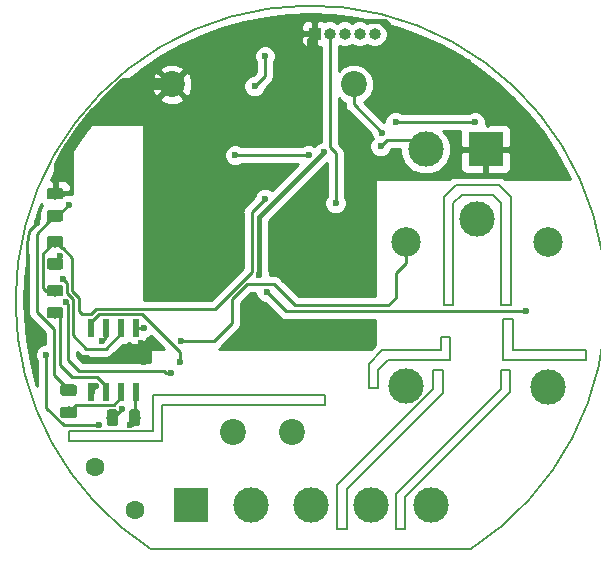
<source format=gtl>
G04 #@! TF.GenerationSoftware,KiCad,Pcbnew,(5.0.0)*
G04 #@! TF.CreationDate,2018-11-08T23:55:30+01:00*
G04 #@! TF.ProjectId,ESPAIO,45535041494F2E6B696361645F706362,rev?*
G04 #@! TF.SameCoordinates,Original*
G04 #@! TF.FileFunction,Copper,L1,Top,Signal*
G04 #@! TF.FilePolarity,Positive*
%FSLAX46Y46*%
G04 Gerber Fmt 4.6, Leading zero omitted, Abs format (unit mm)*
G04 Created by KiCad (PCBNEW (5.0.0)) date 11/08/18 23:55:30*
%MOMM*%
%LPD*%
G01*
G04 APERTURE LIST*
G04 #@! TA.AperFunction,NonConductor*
%ADD10C,0.200000*%
G04 #@! TD*
G04 #@! TA.AperFunction,ComponentPad*
%ADD11R,3.000000X3.000000*%
G04 #@! TD*
G04 #@! TA.AperFunction,ComponentPad*
%ADD12C,3.000000*%
G04 #@! TD*
G04 #@! TA.AperFunction,ComponentPad*
%ADD13C,1.600000*%
G04 #@! TD*
G04 #@! TA.AperFunction,SMDPad,CuDef*
%ADD14R,0.600000X1.550000*%
G04 #@! TD*
G04 #@! TA.AperFunction,ComponentPad*
%ADD15C,2.200000*%
G04 #@! TD*
G04 #@! TA.AperFunction,ComponentPad*
%ADD16C,2.500000*%
G04 #@! TD*
G04 #@! TA.AperFunction,Conductor*
%ADD17C,0.100000*%
G04 #@! TD*
G04 #@! TA.AperFunction,SMDPad,CuDef*
%ADD18C,0.975000*%
G04 #@! TD*
G04 #@! TA.AperFunction,ComponentPad*
%ADD19R,1.000000X1.000000*%
G04 #@! TD*
G04 #@! TA.AperFunction,ComponentPad*
%ADD20O,1.000000X1.000000*%
G04 #@! TD*
G04 #@! TA.AperFunction,ViaPad*
%ADD21C,0.600000*%
G04 #@! TD*
G04 #@! TA.AperFunction,ViaPad*
%ADD22C,1.000000*%
G04 #@! TD*
G04 #@! TA.AperFunction,Conductor*
%ADD23C,0.400000*%
G04 #@! TD*
G04 #@! TA.AperFunction,Conductor*
%ADD24C,1.000000*%
G04 #@! TD*
G04 #@! TA.AperFunction,Conductor*
%ADD25C,0.250000*%
G04 #@! TD*
G04 #@! TA.AperFunction,Conductor*
%ADD26C,0.254000*%
G04 #@! TD*
G04 APERTURE END LIST*
D10*
X100266500Y-105600500D02*
X100266500Y-102108000D01*
X107315000Y-105600500D02*
X100266500Y-105600500D01*
X107315000Y-104775000D02*
X107315000Y-105600500D01*
X101092000Y-104775000D02*
X107315000Y-104775000D01*
X101092000Y-102108000D02*
X101092000Y-104775000D01*
X100266500Y-102108000D02*
X101092000Y-102108000D01*
X88900000Y-105918000D02*
X90043000Y-104775000D01*
X89725500Y-106426000D02*
X90551000Y-105600500D01*
X100965000Y-91821000D02*
X100965000Y-100965000D01*
X99441000Y-91630500D02*
X100139500Y-92329000D01*
X99949000Y-90805000D02*
X100965000Y-91821000D01*
X95250000Y-91821000D02*
X96266000Y-90805000D01*
X96075500Y-92329000D02*
X96774000Y-91630500D01*
X96266000Y-90805000D02*
X99949000Y-90805000D01*
X95250000Y-100965000D02*
X95250000Y-91821000D01*
X100139500Y-100965000D02*
X100965000Y-100965000D01*
X100139500Y-92329000D02*
X100139500Y-100965000D01*
X96774000Y-91630500D02*
X99441000Y-91630500D01*
X96075500Y-100965000D02*
X96075500Y-92329000D01*
X95250000Y-100965000D02*
X96075500Y-100965000D01*
X88900000Y-105918000D02*
X88900000Y-107950000D01*
X94996000Y-104775000D02*
X90043000Y-104775000D01*
X94996000Y-103632000D02*
X94996000Y-104775000D01*
X95821500Y-103632000D02*
X94996000Y-103632000D01*
X95821500Y-105600500D02*
X95821500Y-103632000D01*
X90551000Y-105600500D02*
X95821500Y-105600500D01*
X89725500Y-107950000D02*
X89725500Y-106426000D01*
X88900000Y-107950000D02*
X89725500Y-107950000D01*
X70612000Y-108585000D02*
X85217000Y-108585000D01*
X85217000Y-109410500D02*
X71437500Y-109410500D01*
X71437500Y-112458500D02*
X71437500Y-109410500D01*
X63500000Y-112458500D02*
X71437500Y-112458500D01*
X85217000Y-108585000D02*
X85217000Y-109410500D01*
X70612000Y-111633000D02*
X70612000Y-108585000D01*
X63500000Y-111633000D02*
X70612000Y-111633000D01*
X63500000Y-112458500D02*
X63500000Y-111633000D01*
X100076000Y-106489500D02*
X100901500Y-106489500D01*
X94361000Y-106489500D02*
X95186500Y-106489500D01*
X91186000Y-119888000D02*
X92011500Y-119888000D01*
X86233000Y-119888000D02*
X87058500Y-119888000D01*
X100076000Y-108077000D02*
X100076000Y-106489500D01*
X100901500Y-108331000D02*
X92011500Y-117221000D01*
X91186000Y-116967000D02*
X100076000Y-108077000D01*
X100901500Y-106489500D02*
X100901500Y-108331000D01*
X91186000Y-119888000D02*
X91186000Y-116967000D01*
X92011500Y-119888000D02*
X92011500Y-117221000D01*
X95186500Y-108394500D02*
X87058500Y-116522500D01*
X95186500Y-106489500D02*
X95186500Y-108394500D01*
X94361000Y-108077000D02*
X94361000Y-106489500D01*
X86233000Y-116205000D02*
X94361000Y-108077000D01*
X86233000Y-119888000D02*
X86233000Y-116205000D01*
X87058500Y-119888000D02*
X87058500Y-116522500D01*
X70510501Y-121635125D02*
G75*
G02X59010501Y-100593500I13499999J21041625D01*
G01*
X59010500Y-100593500D02*
G75*
G02X97510500Y-121635125I25000000J0D01*
G01*
X70510501Y-121635125D02*
X97510500Y-121635125D01*
D11*
G04 #@! TO.P,J1,1*
G04 #@! TO.N,GND*
X98806000Y-87757000D03*
D12*
G04 #@! TO.P,J1,2*
G04 #@! TO.N,/GPIO4*
X93726000Y-87757000D03*
G04 #@! TD*
D13*
G04 #@! TO.P,V1,1*
G04 #@! TO.N,Net-(10D471K1-Pad1)*
X65706387Y-114681000D03*
G04 #@! TO.P,V1,2*
G04 #@! TO.N,/NEUTRAL*
X69148160Y-118307872D03*
G04 #@! TD*
D14*
G04 #@! TO.P,U4,1*
G04 #@! TO.N,+5V*
X69215000Y-102870000D03*
G04 #@! TO.P,U4,2*
G04 #@! TO.N,Net-(C6-Pad1)*
X67945000Y-102870000D03*
G04 #@! TO.P,U4,3*
G04 #@! TO.N,Net-(C7-Pad1)*
X66675000Y-102870000D03*
G04 #@! TO.P,U4,4*
G04 #@! TO.N,/V2P*
X65405000Y-102870000D03*
G04 #@! TO.P,U4,5*
G04 #@! TO.N,GND*
X65405000Y-108270000D03*
G04 #@! TO.P,U4,6*
G04 #@! TO.N,Net-(R19-Pad1)*
X66675000Y-108270000D03*
G04 #@! TO.P,U4,7*
G04 #@! TO.N,Net-(R20-Pad2)*
X67945000Y-108270000D03*
G04 #@! TO.P,U4,8*
G04 #@! TO.N,Net-(Q2-Pad3)*
X69215000Y-108270000D03*
G04 #@! TD*
D15*
G04 #@! TO.P,U1,1*
G04 #@! TO.N,Net-(10D471K1-Pad1)*
X77446500Y-111664500D03*
G04 #@! TO.P,U1,2*
G04 #@! TO.N,/NEUTRAL*
X82446500Y-111664500D03*
G04 #@! TO.P,U1,3*
G04 #@! TO.N,GND*
X72246500Y-82264500D03*
G04 #@! TO.P,U1,4*
G04 #@! TO.N,+5V*
X87646500Y-82264500D03*
G04 #@! TD*
D16*
G04 #@! TO.P,K1,2*
G04 #@! TO.N,+5V*
X92057500Y-95612500D03*
D12*
G04 #@! TO.P,K1,3*
G04 #@! TO.N,/NC*
X92057500Y-107812500D03*
G04 #@! TO.P,K1,4*
G04 #@! TO.N,/NO*
X104107500Y-107862500D03*
D16*
G04 #@! TO.P,K1,5*
G04 #@! TO.N,Net-(D2-Pad2)*
X104057500Y-95612500D03*
D12*
G04 #@! TO.P,K1,1*
G04 #@! TO.N,/LINE_L*
X98107500Y-93662500D03*
G04 #@! TD*
D17*
G04 #@! TO.N,/GPIO14*
G04 #@! TO.C,R19*
G36*
X62837142Y-99238674D02*
X62860803Y-99242184D01*
X62884007Y-99247996D01*
X62906529Y-99256054D01*
X62928153Y-99266282D01*
X62948670Y-99278579D01*
X62967883Y-99292829D01*
X62985607Y-99308893D01*
X63001671Y-99326617D01*
X63015921Y-99345830D01*
X63028218Y-99366347D01*
X63038446Y-99387971D01*
X63046504Y-99410493D01*
X63052316Y-99433697D01*
X63055826Y-99457358D01*
X63057000Y-99481250D01*
X63057000Y-99968750D01*
X63055826Y-99992642D01*
X63052316Y-100016303D01*
X63046504Y-100039507D01*
X63038446Y-100062029D01*
X63028218Y-100083653D01*
X63015921Y-100104170D01*
X63001671Y-100123383D01*
X62985607Y-100141107D01*
X62967883Y-100157171D01*
X62948670Y-100171421D01*
X62928153Y-100183718D01*
X62906529Y-100193946D01*
X62884007Y-100202004D01*
X62860803Y-100207816D01*
X62837142Y-100211326D01*
X62813250Y-100212500D01*
X61900750Y-100212500D01*
X61876858Y-100211326D01*
X61853197Y-100207816D01*
X61829993Y-100202004D01*
X61807471Y-100193946D01*
X61785847Y-100183718D01*
X61765330Y-100171421D01*
X61746117Y-100157171D01*
X61728393Y-100141107D01*
X61712329Y-100123383D01*
X61698079Y-100104170D01*
X61685782Y-100083653D01*
X61675554Y-100062029D01*
X61667496Y-100039507D01*
X61661684Y-100016303D01*
X61658174Y-99992642D01*
X61657000Y-99968750D01*
X61657000Y-99481250D01*
X61658174Y-99457358D01*
X61661684Y-99433697D01*
X61667496Y-99410493D01*
X61675554Y-99387971D01*
X61685782Y-99366347D01*
X61698079Y-99345830D01*
X61712329Y-99326617D01*
X61728393Y-99308893D01*
X61746117Y-99292829D01*
X61765330Y-99278579D01*
X61785847Y-99266282D01*
X61807471Y-99256054D01*
X61829993Y-99247996D01*
X61853197Y-99242184D01*
X61876858Y-99238674D01*
X61900750Y-99237500D01*
X62813250Y-99237500D01*
X62837142Y-99238674D01*
X62837142Y-99238674D01*
G37*
D18*
G04 #@! TD*
G04 #@! TO.P,R19,2*
G04 #@! TO.N,/GPIO14*
X62357000Y-99725000D03*
D17*
G04 #@! TO.N,Net-(R19-Pad1)*
G04 #@! TO.C,R19*
G36*
X62837142Y-101113674D02*
X62860803Y-101117184D01*
X62884007Y-101122996D01*
X62906529Y-101131054D01*
X62928153Y-101141282D01*
X62948670Y-101153579D01*
X62967883Y-101167829D01*
X62985607Y-101183893D01*
X63001671Y-101201617D01*
X63015921Y-101220830D01*
X63028218Y-101241347D01*
X63038446Y-101262971D01*
X63046504Y-101285493D01*
X63052316Y-101308697D01*
X63055826Y-101332358D01*
X63057000Y-101356250D01*
X63057000Y-101843750D01*
X63055826Y-101867642D01*
X63052316Y-101891303D01*
X63046504Y-101914507D01*
X63038446Y-101937029D01*
X63028218Y-101958653D01*
X63015921Y-101979170D01*
X63001671Y-101998383D01*
X62985607Y-102016107D01*
X62967883Y-102032171D01*
X62948670Y-102046421D01*
X62928153Y-102058718D01*
X62906529Y-102068946D01*
X62884007Y-102077004D01*
X62860803Y-102082816D01*
X62837142Y-102086326D01*
X62813250Y-102087500D01*
X61900750Y-102087500D01*
X61876858Y-102086326D01*
X61853197Y-102082816D01*
X61829993Y-102077004D01*
X61807471Y-102068946D01*
X61785847Y-102058718D01*
X61765330Y-102046421D01*
X61746117Y-102032171D01*
X61728393Y-102016107D01*
X61712329Y-101998383D01*
X61698079Y-101979170D01*
X61685782Y-101958653D01*
X61675554Y-101937029D01*
X61667496Y-101914507D01*
X61661684Y-101891303D01*
X61658174Y-101867642D01*
X61657000Y-101843750D01*
X61657000Y-101356250D01*
X61658174Y-101332358D01*
X61661684Y-101308697D01*
X61667496Y-101285493D01*
X61675554Y-101262971D01*
X61685782Y-101241347D01*
X61698079Y-101220830D01*
X61712329Y-101201617D01*
X61728393Y-101183893D01*
X61746117Y-101167829D01*
X61765330Y-101153579D01*
X61785847Y-101141282D01*
X61807471Y-101131054D01*
X61829993Y-101122996D01*
X61853197Y-101117184D01*
X61876858Y-101113674D01*
X61900750Y-101112500D01*
X62813250Y-101112500D01*
X62837142Y-101113674D01*
X62837142Y-101113674D01*
G37*
D18*
G04 #@! TD*
G04 #@! TO.P,R19,1*
G04 #@! TO.N,Net-(R19-Pad1)*
X62357000Y-101600000D03*
D17*
G04 #@! TO.N,/GPIO13*
G04 #@! TO.C,R20*
G36*
X63980142Y-107669174D02*
X64003803Y-107672684D01*
X64027007Y-107678496D01*
X64049529Y-107686554D01*
X64071153Y-107696782D01*
X64091670Y-107709079D01*
X64110883Y-107723329D01*
X64128607Y-107739393D01*
X64144671Y-107757117D01*
X64158921Y-107776330D01*
X64171218Y-107796847D01*
X64181446Y-107818471D01*
X64189504Y-107840993D01*
X64195316Y-107864197D01*
X64198826Y-107887858D01*
X64200000Y-107911750D01*
X64200000Y-108399250D01*
X64198826Y-108423142D01*
X64195316Y-108446803D01*
X64189504Y-108470007D01*
X64181446Y-108492529D01*
X64171218Y-108514153D01*
X64158921Y-108534670D01*
X64144671Y-108553883D01*
X64128607Y-108571607D01*
X64110883Y-108587671D01*
X64091670Y-108601921D01*
X64071153Y-108614218D01*
X64049529Y-108624446D01*
X64027007Y-108632504D01*
X64003803Y-108638316D01*
X63980142Y-108641826D01*
X63956250Y-108643000D01*
X63043750Y-108643000D01*
X63019858Y-108641826D01*
X62996197Y-108638316D01*
X62972993Y-108632504D01*
X62950471Y-108624446D01*
X62928847Y-108614218D01*
X62908330Y-108601921D01*
X62889117Y-108587671D01*
X62871393Y-108571607D01*
X62855329Y-108553883D01*
X62841079Y-108534670D01*
X62828782Y-108514153D01*
X62818554Y-108492529D01*
X62810496Y-108470007D01*
X62804684Y-108446803D01*
X62801174Y-108423142D01*
X62800000Y-108399250D01*
X62800000Y-107911750D01*
X62801174Y-107887858D01*
X62804684Y-107864197D01*
X62810496Y-107840993D01*
X62818554Y-107818471D01*
X62828782Y-107796847D01*
X62841079Y-107776330D01*
X62855329Y-107757117D01*
X62871393Y-107739393D01*
X62889117Y-107723329D01*
X62908330Y-107709079D01*
X62928847Y-107696782D01*
X62950471Y-107686554D01*
X62972993Y-107678496D01*
X62996197Y-107672684D01*
X63019858Y-107669174D01*
X63043750Y-107668000D01*
X63956250Y-107668000D01*
X63980142Y-107669174D01*
X63980142Y-107669174D01*
G37*
D18*
G04 #@! TD*
G04 #@! TO.P,R20,1*
G04 #@! TO.N,/GPIO13*
X63500000Y-108155500D03*
D17*
G04 #@! TO.N,Net-(R20-Pad2)*
G04 #@! TO.C,R20*
G36*
X63980142Y-109544174D02*
X64003803Y-109547684D01*
X64027007Y-109553496D01*
X64049529Y-109561554D01*
X64071153Y-109571782D01*
X64091670Y-109584079D01*
X64110883Y-109598329D01*
X64128607Y-109614393D01*
X64144671Y-109632117D01*
X64158921Y-109651330D01*
X64171218Y-109671847D01*
X64181446Y-109693471D01*
X64189504Y-109715993D01*
X64195316Y-109739197D01*
X64198826Y-109762858D01*
X64200000Y-109786750D01*
X64200000Y-110274250D01*
X64198826Y-110298142D01*
X64195316Y-110321803D01*
X64189504Y-110345007D01*
X64181446Y-110367529D01*
X64171218Y-110389153D01*
X64158921Y-110409670D01*
X64144671Y-110428883D01*
X64128607Y-110446607D01*
X64110883Y-110462671D01*
X64091670Y-110476921D01*
X64071153Y-110489218D01*
X64049529Y-110499446D01*
X64027007Y-110507504D01*
X64003803Y-110513316D01*
X63980142Y-110516826D01*
X63956250Y-110518000D01*
X63043750Y-110518000D01*
X63019858Y-110516826D01*
X62996197Y-110513316D01*
X62972993Y-110507504D01*
X62950471Y-110499446D01*
X62928847Y-110489218D01*
X62908330Y-110476921D01*
X62889117Y-110462671D01*
X62871393Y-110446607D01*
X62855329Y-110428883D01*
X62841079Y-110409670D01*
X62828782Y-110389153D01*
X62818554Y-110367529D01*
X62810496Y-110345007D01*
X62804684Y-110321803D01*
X62801174Y-110298142D01*
X62800000Y-110274250D01*
X62800000Y-109786750D01*
X62801174Y-109762858D01*
X62804684Y-109739197D01*
X62810496Y-109715993D01*
X62818554Y-109693471D01*
X62828782Y-109671847D01*
X62841079Y-109651330D01*
X62855329Y-109632117D01*
X62871393Y-109614393D01*
X62889117Y-109598329D01*
X62908330Y-109584079D01*
X62928847Y-109571782D01*
X62950471Y-109561554D01*
X62972993Y-109553496D01*
X62996197Y-109547684D01*
X63019858Y-109544174D01*
X63043750Y-109543000D01*
X63956250Y-109543000D01*
X63980142Y-109544174D01*
X63980142Y-109544174D01*
G37*
D18*
G04 #@! TD*
G04 #@! TO.P,R20,2*
G04 #@! TO.N,Net-(R20-Pad2)*
X63500000Y-110030500D03*
D17*
G04 #@! TO.N,/GPIO14*
G04 #@! TO.C,R21*
G36*
X62837142Y-95096174D02*
X62860803Y-95099684D01*
X62884007Y-95105496D01*
X62906529Y-95113554D01*
X62928153Y-95123782D01*
X62948670Y-95136079D01*
X62967883Y-95150329D01*
X62985607Y-95166393D01*
X63001671Y-95184117D01*
X63015921Y-95203330D01*
X63028218Y-95223847D01*
X63038446Y-95245471D01*
X63046504Y-95267993D01*
X63052316Y-95291197D01*
X63055826Y-95314858D01*
X63057000Y-95338750D01*
X63057000Y-95826250D01*
X63055826Y-95850142D01*
X63052316Y-95873803D01*
X63046504Y-95897007D01*
X63038446Y-95919529D01*
X63028218Y-95941153D01*
X63015921Y-95961670D01*
X63001671Y-95980883D01*
X62985607Y-95998607D01*
X62967883Y-96014671D01*
X62948670Y-96028921D01*
X62928153Y-96041218D01*
X62906529Y-96051446D01*
X62884007Y-96059504D01*
X62860803Y-96065316D01*
X62837142Y-96068826D01*
X62813250Y-96070000D01*
X61900750Y-96070000D01*
X61876858Y-96068826D01*
X61853197Y-96065316D01*
X61829993Y-96059504D01*
X61807471Y-96051446D01*
X61785847Y-96041218D01*
X61765330Y-96028921D01*
X61746117Y-96014671D01*
X61728393Y-95998607D01*
X61712329Y-95980883D01*
X61698079Y-95961670D01*
X61685782Y-95941153D01*
X61675554Y-95919529D01*
X61667496Y-95897007D01*
X61661684Y-95873803D01*
X61658174Y-95850142D01*
X61657000Y-95826250D01*
X61657000Y-95338750D01*
X61658174Y-95314858D01*
X61661684Y-95291197D01*
X61667496Y-95267993D01*
X61675554Y-95245471D01*
X61685782Y-95223847D01*
X61698079Y-95203330D01*
X61712329Y-95184117D01*
X61728393Y-95166393D01*
X61746117Y-95150329D01*
X61765330Y-95136079D01*
X61785847Y-95123782D01*
X61807471Y-95113554D01*
X61829993Y-95105496D01*
X61853197Y-95099684D01*
X61876858Y-95096174D01*
X61900750Y-95095000D01*
X62813250Y-95095000D01*
X62837142Y-95096174D01*
X62837142Y-95096174D01*
G37*
D18*
G04 #@! TD*
G04 #@! TO.P,R21,2*
G04 #@! TO.N,/GPIO14*
X62357000Y-95582500D03*
D17*
G04 #@! TO.N,GND*
G04 #@! TO.C,R21*
G36*
X62837142Y-96971174D02*
X62860803Y-96974684D01*
X62884007Y-96980496D01*
X62906529Y-96988554D01*
X62928153Y-96998782D01*
X62948670Y-97011079D01*
X62967883Y-97025329D01*
X62985607Y-97041393D01*
X63001671Y-97059117D01*
X63015921Y-97078330D01*
X63028218Y-97098847D01*
X63038446Y-97120471D01*
X63046504Y-97142993D01*
X63052316Y-97166197D01*
X63055826Y-97189858D01*
X63057000Y-97213750D01*
X63057000Y-97701250D01*
X63055826Y-97725142D01*
X63052316Y-97748803D01*
X63046504Y-97772007D01*
X63038446Y-97794529D01*
X63028218Y-97816153D01*
X63015921Y-97836670D01*
X63001671Y-97855883D01*
X62985607Y-97873607D01*
X62967883Y-97889671D01*
X62948670Y-97903921D01*
X62928153Y-97916218D01*
X62906529Y-97926446D01*
X62884007Y-97934504D01*
X62860803Y-97940316D01*
X62837142Y-97943826D01*
X62813250Y-97945000D01*
X61900750Y-97945000D01*
X61876858Y-97943826D01*
X61853197Y-97940316D01*
X61829993Y-97934504D01*
X61807471Y-97926446D01*
X61785847Y-97916218D01*
X61765330Y-97903921D01*
X61746117Y-97889671D01*
X61728393Y-97873607D01*
X61712329Y-97855883D01*
X61698079Y-97836670D01*
X61685782Y-97816153D01*
X61675554Y-97794529D01*
X61667496Y-97772007D01*
X61661684Y-97748803D01*
X61658174Y-97725142D01*
X61657000Y-97701250D01*
X61657000Y-97213750D01*
X61658174Y-97189858D01*
X61661684Y-97166197D01*
X61667496Y-97142993D01*
X61675554Y-97120471D01*
X61685782Y-97098847D01*
X61698079Y-97078330D01*
X61712329Y-97059117D01*
X61728393Y-97041393D01*
X61746117Y-97025329D01*
X61765330Y-97011079D01*
X61785847Y-96998782D01*
X61807471Y-96988554D01*
X61829993Y-96980496D01*
X61853197Y-96974684D01*
X61876858Y-96971174D01*
X61900750Y-96970000D01*
X62813250Y-96970000D01*
X62837142Y-96971174D01*
X62837142Y-96971174D01*
G37*
D18*
G04 #@! TD*
G04 #@! TO.P,R21,1*
G04 #@! TO.N,GND*
X62357000Y-97457500D03*
D17*
G04 #@! TO.N,GND*
G04 #@! TO.C,R22*
G36*
X62837142Y-91032174D02*
X62860803Y-91035684D01*
X62884007Y-91041496D01*
X62906529Y-91049554D01*
X62928153Y-91059782D01*
X62948670Y-91072079D01*
X62967883Y-91086329D01*
X62985607Y-91102393D01*
X63001671Y-91120117D01*
X63015921Y-91139330D01*
X63028218Y-91159847D01*
X63038446Y-91181471D01*
X63046504Y-91203993D01*
X63052316Y-91227197D01*
X63055826Y-91250858D01*
X63057000Y-91274750D01*
X63057000Y-91762250D01*
X63055826Y-91786142D01*
X63052316Y-91809803D01*
X63046504Y-91833007D01*
X63038446Y-91855529D01*
X63028218Y-91877153D01*
X63015921Y-91897670D01*
X63001671Y-91916883D01*
X62985607Y-91934607D01*
X62967883Y-91950671D01*
X62948670Y-91964921D01*
X62928153Y-91977218D01*
X62906529Y-91987446D01*
X62884007Y-91995504D01*
X62860803Y-92001316D01*
X62837142Y-92004826D01*
X62813250Y-92006000D01*
X61900750Y-92006000D01*
X61876858Y-92004826D01*
X61853197Y-92001316D01*
X61829993Y-91995504D01*
X61807471Y-91987446D01*
X61785847Y-91977218D01*
X61765330Y-91964921D01*
X61746117Y-91950671D01*
X61728393Y-91934607D01*
X61712329Y-91916883D01*
X61698079Y-91897670D01*
X61685782Y-91877153D01*
X61675554Y-91855529D01*
X61667496Y-91833007D01*
X61661684Y-91809803D01*
X61658174Y-91786142D01*
X61657000Y-91762250D01*
X61657000Y-91274750D01*
X61658174Y-91250858D01*
X61661684Y-91227197D01*
X61667496Y-91203993D01*
X61675554Y-91181471D01*
X61685782Y-91159847D01*
X61698079Y-91139330D01*
X61712329Y-91120117D01*
X61728393Y-91102393D01*
X61746117Y-91086329D01*
X61765330Y-91072079D01*
X61785847Y-91059782D01*
X61807471Y-91049554D01*
X61829993Y-91041496D01*
X61853197Y-91035684D01*
X61876858Y-91032174D01*
X61900750Y-91031000D01*
X62813250Y-91031000D01*
X62837142Y-91032174D01*
X62837142Y-91032174D01*
G37*
D18*
G04 #@! TD*
G04 #@! TO.P,R22,1*
G04 #@! TO.N,GND*
X62357000Y-91518500D03*
D17*
G04 #@! TO.N,/GPIO13*
G04 #@! TO.C,R22*
G36*
X62837142Y-92907174D02*
X62860803Y-92910684D01*
X62884007Y-92916496D01*
X62906529Y-92924554D01*
X62928153Y-92934782D01*
X62948670Y-92947079D01*
X62967883Y-92961329D01*
X62985607Y-92977393D01*
X63001671Y-92995117D01*
X63015921Y-93014330D01*
X63028218Y-93034847D01*
X63038446Y-93056471D01*
X63046504Y-93078993D01*
X63052316Y-93102197D01*
X63055826Y-93125858D01*
X63057000Y-93149750D01*
X63057000Y-93637250D01*
X63055826Y-93661142D01*
X63052316Y-93684803D01*
X63046504Y-93708007D01*
X63038446Y-93730529D01*
X63028218Y-93752153D01*
X63015921Y-93772670D01*
X63001671Y-93791883D01*
X62985607Y-93809607D01*
X62967883Y-93825671D01*
X62948670Y-93839921D01*
X62928153Y-93852218D01*
X62906529Y-93862446D01*
X62884007Y-93870504D01*
X62860803Y-93876316D01*
X62837142Y-93879826D01*
X62813250Y-93881000D01*
X61900750Y-93881000D01*
X61876858Y-93879826D01*
X61853197Y-93876316D01*
X61829993Y-93870504D01*
X61807471Y-93862446D01*
X61785847Y-93852218D01*
X61765330Y-93839921D01*
X61746117Y-93825671D01*
X61728393Y-93809607D01*
X61712329Y-93791883D01*
X61698079Y-93772670D01*
X61685782Y-93752153D01*
X61675554Y-93730529D01*
X61667496Y-93708007D01*
X61661684Y-93684803D01*
X61658174Y-93661142D01*
X61657000Y-93637250D01*
X61657000Y-93149750D01*
X61658174Y-93125858D01*
X61661684Y-93102197D01*
X61667496Y-93078993D01*
X61675554Y-93056471D01*
X61685782Y-93034847D01*
X61698079Y-93014330D01*
X61712329Y-92995117D01*
X61728393Y-92977393D01*
X61746117Y-92961329D01*
X61765330Y-92947079D01*
X61785847Y-92934782D01*
X61807471Y-92924554D01*
X61829993Y-92916496D01*
X61853197Y-92910684D01*
X61876858Y-92907174D01*
X61900750Y-92906000D01*
X62813250Y-92906000D01*
X62837142Y-92907174D01*
X62837142Y-92907174D01*
G37*
D18*
G04 #@! TD*
G04 #@! TO.P,R22,2*
G04 #@! TO.N,/GPIO13*
X62357000Y-93393500D03*
D17*
G04 #@! TO.N,Net-(Q2-Pad3)*
G04 #@! TO.C,R4*
G36*
X69355642Y-109791174D02*
X69379303Y-109794684D01*
X69402507Y-109800496D01*
X69425029Y-109808554D01*
X69446653Y-109818782D01*
X69467170Y-109831079D01*
X69486383Y-109845329D01*
X69504107Y-109861393D01*
X69520171Y-109879117D01*
X69534421Y-109898330D01*
X69546718Y-109918847D01*
X69556946Y-109940471D01*
X69565004Y-109962993D01*
X69570816Y-109986197D01*
X69574326Y-110009858D01*
X69575500Y-110033750D01*
X69575500Y-110946250D01*
X69574326Y-110970142D01*
X69570816Y-110993803D01*
X69565004Y-111017007D01*
X69556946Y-111039529D01*
X69546718Y-111061153D01*
X69534421Y-111081670D01*
X69520171Y-111100883D01*
X69504107Y-111118607D01*
X69486383Y-111134671D01*
X69467170Y-111148921D01*
X69446653Y-111161218D01*
X69425029Y-111171446D01*
X69402507Y-111179504D01*
X69379303Y-111185316D01*
X69355642Y-111188826D01*
X69331750Y-111190000D01*
X68844250Y-111190000D01*
X68820358Y-111188826D01*
X68796697Y-111185316D01*
X68773493Y-111179504D01*
X68750971Y-111171446D01*
X68729347Y-111161218D01*
X68708830Y-111148921D01*
X68689617Y-111134671D01*
X68671893Y-111118607D01*
X68655829Y-111100883D01*
X68641579Y-111081670D01*
X68629282Y-111061153D01*
X68619054Y-111039529D01*
X68610996Y-111017007D01*
X68605184Y-110993803D01*
X68601674Y-110970142D01*
X68600500Y-110946250D01*
X68600500Y-110033750D01*
X68601674Y-110009858D01*
X68605184Y-109986197D01*
X68610996Y-109962993D01*
X68619054Y-109940471D01*
X68629282Y-109918847D01*
X68641579Y-109898330D01*
X68655829Y-109879117D01*
X68671893Y-109861393D01*
X68689617Y-109845329D01*
X68708830Y-109831079D01*
X68729347Y-109818782D01*
X68750971Y-109808554D01*
X68773493Y-109800496D01*
X68796697Y-109794684D01*
X68820358Y-109791174D01*
X68844250Y-109790000D01*
X69331750Y-109790000D01*
X69355642Y-109791174D01*
X69355642Y-109791174D01*
G37*
D18*
G04 #@! TD*
G04 #@! TO.P,R4,1*
G04 #@! TO.N,Net-(Q2-Pad3)*
X69088000Y-110490000D03*
D17*
G04 #@! TO.N,+5V*
G04 #@! TO.C,R4*
G36*
X67480642Y-109791174D02*
X67504303Y-109794684D01*
X67527507Y-109800496D01*
X67550029Y-109808554D01*
X67571653Y-109818782D01*
X67592170Y-109831079D01*
X67611383Y-109845329D01*
X67629107Y-109861393D01*
X67645171Y-109879117D01*
X67659421Y-109898330D01*
X67671718Y-109918847D01*
X67681946Y-109940471D01*
X67690004Y-109962993D01*
X67695816Y-109986197D01*
X67699326Y-110009858D01*
X67700500Y-110033750D01*
X67700500Y-110946250D01*
X67699326Y-110970142D01*
X67695816Y-110993803D01*
X67690004Y-111017007D01*
X67681946Y-111039529D01*
X67671718Y-111061153D01*
X67659421Y-111081670D01*
X67645171Y-111100883D01*
X67629107Y-111118607D01*
X67611383Y-111134671D01*
X67592170Y-111148921D01*
X67571653Y-111161218D01*
X67550029Y-111171446D01*
X67527507Y-111179504D01*
X67504303Y-111185316D01*
X67480642Y-111188826D01*
X67456750Y-111190000D01*
X66969250Y-111190000D01*
X66945358Y-111188826D01*
X66921697Y-111185316D01*
X66898493Y-111179504D01*
X66875971Y-111171446D01*
X66854347Y-111161218D01*
X66833830Y-111148921D01*
X66814617Y-111134671D01*
X66796893Y-111118607D01*
X66780829Y-111100883D01*
X66766579Y-111081670D01*
X66754282Y-111061153D01*
X66744054Y-111039529D01*
X66735996Y-111017007D01*
X66730184Y-110993803D01*
X66726674Y-110970142D01*
X66725500Y-110946250D01*
X66725500Y-110033750D01*
X66726674Y-110009858D01*
X66730184Y-109986197D01*
X66735996Y-109962993D01*
X66744054Y-109940471D01*
X66754282Y-109918847D01*
X66766579Y-109898330D01*
X66780829Y-109879117D01*
X66796893Y-109861393D01*
X66814617Y-109845329D01*
X66833830Y-109831079D01*
X66854347Y-109818782D01*
X66875971Y-109808554D01*
X66898493Y-109800496D01*
X66921697Y-109794684D01*
X66945358Y-109791174D01*
X66969250Y-109790000D01*
X67456750Y-109790000D01*
X67480642Y-109791174D01*
X67480642Y-109791174D01*
G37*
D18*
G04 #@! TD*
G04 #@! TO.P,R4,2*
G04 #@! TO.N,+5V*
X67213000Y-110490000D03*
D12*
G04 #@! TO.P,J3,2*
G04 #@! TO.N,/NEUTRAL*
X78930500Y-117856000D03*
G04 #@! TO.P,J3,3*
G04 #@! TO.N,/NC*
X84010500Y-117856000D03*
D11*
G04 #@! TO.P,J3,1*
G04 #@! TO.N,/LIVE*
X73850500Y-117856000D03*
D12*
G04 #@! TO.P,J3,4*
G04 #@! TO.N,/LINE_I*
X89090500Y-117856000D03*
G04 #@! TO.P,J3,5*
G04 #@! TO.N,/NO*
X94170500Y-117856000D03*
G04 #@! TD*
D19*
G04 #@! TO.P,J2,1*
G04 #@! TO.N,GND*
X84328000Y-77978000D03*
D20*
G04 #@! TO.P,J2,2*
G04 #@! TO.N,/GPIO9*
X85598000Y-77978000D03*
G04 #@! TO.P,J2,3*
G04 #@! TO.N,/TXD*
X86868000Y-77978000D03*
G04 #@! TO.P,J2,4*
G04 #@! TO.N,/RXD*
X88138000Y-77978000D03*
G04 #@! TO.P,J2,5*
G04 #@! TO.N,+5V*
X89408000Y-77978000D03*
G04 #@! TD*
D21*
G04 #@! TO.N,+3V3*
X85090000Y-88010996D03*
X79629000Y-98425000D03*
D22*
G04 #@! TO.N,GND*
X62738000Y-89662000D03*
D21*
X96774000Y-82296000D03*
X97409000Y-81661000D03*
X97282000Y-80391000D03*
X96139000Y-86741000D03*
X96139000Y-88900000D03*
X90678000Y-79121000D03*
X67056000Y-84582000D03*
X65873022Y-84582000D03*
X83185000Y-96266000D03*
X83185000Y-95250000D03*
X83185000Y-94234000D03*
X102997000Y-85852000D03*
X105283000Y-89789000D03*
X83820000Y-80391000D03*
D22*
X79502000Y-78232000D03*
D21*
X59944000Y-99695000D03*
X60452000Y-105410000D03*
X69622484Y-104133324D03*
X65024000Y-105410000D03*
X69850000Y-105791000D03*
X88773000Y-102615998D03*
X60833000Y-93980000D03*
X62738000Y-96774000D03*
X90424000Y-79883000D03*
X74676000Y-89535000D03*
X73660000Y-89535000D03*
X72644000Y-89535000D03*
X65834308Y-107838192D03*
G04 #@! TO.N,/GPIO4*
X89916000Y-87503000D03*
G04 #@! TO.N,/GPIO0*
X102240000Y-101473000D03*
X80264000Y-99822000D03*
G04 #@! TO.N,+5V*
X90043000Y-86360000D03*
X69850022Y-102870000D03*
X73025000Y-104013000D03*
X68051093Y-109728000D03*
G04 #@! TO.N,Net-(C6-Pad1)*
X63021323Y-98745020D03*
G04 #@! TO.N,Net-(C7-Pad1)*
X66357500Y-104013000D03*
G04 #@! TO.N,/V2P*
X72898000Y-105791000D03*
G04 #@! TO.N,/GPIO12*
X97917000Y-85471000D03*
X91185998Y-85471000D03*
G04 #@! TO.N,/TXD*
X79248000Y-82423000D03*
X80137000Y-79883000D03*
G04 #@! TO.N,/GPIO14*
X80137000Y-91948000D03*
G04 #@! TO.N,/GPIO13*
X63500000Y-92456000D03*
X77597000Y-88265000D03*
X83820000Y-88265000D03*
G04 #@! TO.N,Net-(JP1-Pad1)*
X72136000Y-106680000D03*
X63246000Y-100711000D03*
G04 #@! TO.N,Net-(Q2-Pad3)*
X66040000Y-111106000D03*
X61595000Y-105156000D03*
X68712774Y-111105990D03*
G04 #@! TO.N,/GPIO9*
X86106000Y-92329000D03*
G04 #@! TD*
D23*
G04 #@! TO.N,+3V3*
X85090000Y-88010996D02*
X79629000Y-93471996D01*
X79629000Y-93471996D02*
X79629000Y-98425000D01*
D24*
G04 #@! TO.N,GND*
X68229066Y-82264500D02*
X67090503Y-83292561D01*
X63476305Y-87788984D02*
X62738000Y-89085232D01*
X72246500Y-82264500D02*
X68229066Y-82264500D01*
X67090503Y-83292561D02*
X65873022Y-84582000D01*
X65767529Y-84693727D02*
X64560248Y-86195706D01*
X62738000Y-89085232D02*
X62738000Y-89662000D01*
X64560248Y-86195706D02*
X64403713Y-86425796D01*
X64403713Y-86425796D02*
X63476305Y-87788984D01*
X65873022Y-84582000D02*
X65767529Y-84693727D01*
D23*
X83820000Y-78486000D02*
X84328000Y-77978000D01*
X83820000Y-80391000D02*
X83820000Y-78486000D01*
D25*
X59944000Y-95719074D02*
X60134136Y-94776903D01*
X59944000Y-99695000D02*
X59944000Y-95719074D01*
X60134136Y-94776903D02*
X60173453Y-94639547D01*
X60173453Y-94639547D02*
X60833000Y-93980000D01*
X65405000Y-108270000D02*
X65405000Y-108267500D01*
X65405000Y-108267500D02*
X65834308Y-107838192D01*
X62357000Y-97155000D02*
X62738000Y-96774000D01*
X62357000Y-97457500D02*
X62357000Y-97155000D01*
X90296145Y-76838800D02*
X86402131Y-76838800D01*
X90678000Y-79121000D02*
X90678000Y-77220655D01*
X90678000Y-77220655D02*
X90296145Y-76838800D01*
X86402131Y-76838800D02*
X86151999Y-76588668D01*
X90678000Y-79121000D02*
X90977999Y-78821001D01*
X90977999Y-78821001D02*
X90977999Y-78023999D01*
X90977999Y-78023999D02*
X89916000Y-76962000D01*
X90678000Y-79121000D02*
X90678000Y-77533500D01*
X90678000Y-77533500D02*
X90106500Y-76962000D01*
X89852500Y-77025500D02*
X88773000Y-77025500D01*
X90977999Y-78821001D02*
X90977999Y-78150999D01*
X90977999Y-78150999D02*
X89852500Y-77025500D01*
G04 #@! TO.N,/GPIO4*
X90424000Y-86995000D02*
X89916000Y-87503000D01*
X93726000Y-87757000D02*
X92964000Y-86995000D01*
X92964000Y-86995000D02*
X90424000Y-86995000D01*
G04 #@! TO.N,/GPIO0*
X102240000Y-101473000D02*
X81915000Y-101473000D01*
X80563999Y-100121999D02*
X80264000Y-99822000D01*
X81915000Y-101473000D02*
X80563999Y-100121999D01*
G04 #@! TO.N,+5V*
X87646500Y-83963500D02*
X87646500Y-82264500D01*
X90043000Y-86360000D02*
X87646500Y-83963500D01*
X69215000Y-102870000D02*
X69850022Y-102870000D01*
X92057500Y-97380266D02*
X91186000Y-98251766D01*
X92057500Y-95612500D02*
X92057500Y-97380266D01*
X91186000Y-98251766D02*
X91186000Y-100330000D01*
X91186000Y-100330000D02*
X90551000Y-100965000D01*
X90551000Y-100965000D02*
X82677000Y-100965000D01*
X80908999Y-99196999D02*
X78603001Y-99196999D01*
X82677000Y-100965000D02*
X80908999Y-99196999D01*
X78603001Y-99196999D02*
X77343000Y-100457000D01*
X77343000Y-100457000D02*
X77343000Y-102489000D01*
X77343000Y-102489000D02*
X75819000Y-104013000D01*
X75819000Y-104013000D02*
X73025000Y-104013000D01*
X67213000Y-110363000D02*
X67416093Y-110363000D01*
X67416093Y-110363000D02*
X68051093Y-109728000D01*
X68051093Y-109728000D02*
X68057066Y-109722027D01*
G04 #@! TO.N,Net-(C6-Pad1)*
X63058020Y-98745020D02*
X63021323Y-98745020D01*
X63373000Y-99060000D02*
X63058020Y-98745020D01*
X63382010Y-99958010D02*
X63382010Y-99245660D01*
X63382010Y-99245660D02*
X63373000Y-99236650D01*
X67945000Y-103345000D02*
X66651999Y-104638001D01*
X63373000Y-99236650D02*
X63373000Y-99060000D01*
X66651999Y-104638001D02*
X65014001Y-104638001D01*
X63881000Y-103505000D02*
X63881000Y-100457000D01*
X65014001Y-104638001D02*
X63881000Y-103505000D01*
X67945000Y-102870000D02*
X67945000Y-103345000D01*
X63881000Y-100457000D02*
X63382010Y-99958010D01*
G04 #@! TO.N,Net-(C7-Pad1)*
X66675000Y-103695500D02*
X66357500Y-104013000D01*
X66675000Y-102870000D02*
X66675000Y-103695500D01*
G04 #@! TO.N,/V2P*
X65405000Y-102870000D02*
X65405000Y-102395000D01*
X72898000Y-105366736D02*
X72898000Y-105791000D01*
X72898000Y-104892998D02*
X72898000Y-105366736D01*
X69732002Y-101727000D02*
X72898000Y-104892998D01*
X66073000Y-101727000D02*
X69732002Y-101727000D01*
X65405000Y-102395000D02*
X66073000Y-101727000D01*
G04 #@! TO.N,/GPIO12*
X97917000Y-85471000D02*
X91185998Y-85471000D01*
G04 #@! TO.N,/TXD*
X80137000Y-81534000D02*
X80137000Y-79883000D01*
X79248000Y-82423000D02*
X80137000Y-81534000D01*
G04 #@! TO.N,Net-(R19-Pad1)*
X62738000Y-101981000D02*
X62357000Y-101600000D01*
X62738000Y-106045000D02*
X62738000Y-101981000D01*
X63754000Y-107061000D02*
X62738000Y-106045000D01*
X65941000Y-107061000D02*
X63754000Y-107061000D01*
X66675000Y-108270000D02*
X66675000Y-107795000D01*
X66675000Y-107795000D02*
X65941000Y-107061000D01*
G04 #@! TO.N,/GPIO14*
X61800763Y-96138737D02*
X62357000Y-95582500D01*
X61557000Y-99725000D02*
X61331990Y-99499990D01*
X61331990Y-96607510D02*
X61800763Y-96138737D01*
X61331990Y-99499990D02*
X61331990Y-96607510D01*
X62357000Y-99725000D02*
X61557000Y-99725000D01*
X65405000Y-101727000D02*
X65855010Y-101276990D01*
X65855010Y-101276990D02*
X70427010Y-101276990D01*
X64643000Y-101727000D02*
X65405000Y-101727000D01*
X62913237Y-96138737D02*
X63027739Y-96138737D01*
X62357000Y-95582500D02*
X62913237Y-96138737D01*
X63027739Y-96138737D02*
X63832020Y-96943018D01*
X64389000Y-101473000D02*
X64643000Y-101727000D01*
X63832020Y-96943018D02*
X63832020Y-99771610D01*
X63832020Y-99771610D02*
X64389000Y-100328590D01*
X64389000Y-100328590D02*
X64389000Y-101473000D01*
X80137000Y-91948000D02*
X78994000Y-93091000D01*
X75886600Y-101276990D02*
X70427010Y-101276990D01*
X78994000Y-98169590D02*
X75886600Y-101276990D01*
X78994000Y-93091000D02*
X78994000Y-98169590D01*
G04 #@! TO.N,/GPIO13*
X60833000Y-101580350D02*
X60833000Y-94917500D01*
X62230000Y-106885500D02*
X62230000Y-102977350D01*
X60833000Y-94917500D02*
X61800763Y-93949737D01*
X63500000Y-108155500D02*
X62230000Y-106885500D01*
X62230000Y-102977350D02*
X60833000Y-101580350D01*
X61800763Y-93949737D02*
X62357000Y-93393500D01*
X62357000Y-93393500D02*
X62562500Y-93393500D01*
X62562500Y-93393500D02*
X63500000Y-92456000D01*
X83820000Y-88265000D02*
X77597000Y-88265000D01*
G04 #@! TO.N,Net-(R20-Pad2)*
X64056237Y-109474263D02*
X63500000Y-110030500D01*
X64160499Y-109370001D02*
X64056237Y-109474263D01*
X67319999Y-109370001D02*
X64160499Y-109370001D01*
X67945000Y-108745000D02*
X67319999Y-109370001D01*
X67945000Y-108270000D02*
X67945000Y-108745000D01*
G04 #@! TO.N,Net-(JP1-Pad1)*
X71711736Y-106680000D02*
X71584736Y-106553000D01*
X72136000Y-106680000D02*
X71711736Y-106680000D01*
X71584736Y-106553000D02*
X64389000Y-106553000D01*
X64389000Y-106553000D02*
X63430989Y-105594989D01*
X63430989Y-100895989D02*
X63246000Y-100711000D01*
X63430989Y-105594989D02*
X63430989Y-100895989D01*
G04 #@! TO.N,Net-(Q2-Pad3)*
X69215000Y-108585000D02*
X69215000Y-108270000D01*
X68707000Y-111111764D02*
X68712774Y-111105990D01*
X68707000Y-111125000D02*
X68707000Y-111111764D01*
X68834000Y-111125000D02*
X68707000Y-111125000D01*
X69088000Y-110871000D02*
X68834000Y-111125000D01*
X69215000Y-108270000D02*
X69088000Y-108397000D01*
X69088000Y-108397000D02*
X69088000Y-110871000D01*
X66021000Y-111125000D02*
X66040000Y-111106000D01*
X63090150Y-111125000D02*
X66021000Y-111125000D01*
X61595000Y-105156000D02*
X61595000Y-109629850D01*
X61595000Y-109629850D02*
X63090150Y-111125000D01*
G04 #@! TO.N,/GPIO9*
X86106000Y-88101994D02*
X86106000Y-92329000D01*
X85598000Y-77978000D02*
X85598000Y-87593994D01*
X85598000Y-87593994D02*
X86106000Y-88101994D01*
G04 #@! TD*
D26*
G04 #@! TO.N,GND*
G36*
X65532000Y-108143000D02*
X65552000Y-108143000D01*
X65552000Y-108397000D01*
X65532000Y-108397000D01*
X65532000Y-108417000D01*
X65278000Y-108417000D01*
X65278000Y-108397000D01*
X65258000Y-108397000D01*
X65258000Y-108143000D01*
X65278000Y-108143000D01*
X65278000Y-108123000D01*
X65532000Y-108123000D01*
X65532000Y-108143000D01*
X65532000Y-108143000D01*
G37*
X65532000Y-108143000D02*
X65552000Y-108143000D01*
X65552000Y-108397000D01*
X65532000Y-108397000D01*
X65532000Y-108417000D01*
X65278000Y-108417000D01*
X65278000Y-108397000D01*
X65258000Y-108397000D01*
X65258000Y-108143000D01*
X65278000Y-108143000D01*
X65278000Y-108123000D01*
X65532000Y-108123000D01*
X65532000Y-108143000D01*
G36*
X60073000Y-101505503D02*
X60058112Y-101580350D01*
X60073000Y-101655197D01*
X60073000Y-101655201D01*
X60117096Y-101876886D01*
X60285071Y-102128279D01*
X60348530Y-102170681D01*
X61470001Y-103292154D01*
X61470001Y-104221000D01*
X61409017Y-104221000D01*
X61065365Y-104363345D01*
X60802345Y-104626365D01*
X60660000Y-104970017D01*
X60660000Y-105341983D01*
X60802345Y-105685635D01*
X60835000Y-105718290D01*
X60835001Y-107761785D01*
X60783692Y-107613333D01*
X60304519Y-105769324D01*
X59971508Y-103893430D01*
X59786333Y-101993391D01*
X59745918Y-100597282D01*
X59820866Y-98689735D01*
X60044801Y-96797709D01*
X60073001Y-96655942D01*
X60073000Y-101505503D01*
X60073000Y-101505503D01*
G37*
X60073000Y-101505503D02*
X60058112Y-101580350D01*
X60073000Y-101655197D01*
X60073000Y-101655201D01*
X60117096Y-101876886D01*
X60285071Y-102128279D01*
X60348530Y-102170681D01*
X61470001Y-103292154D01*
X61470001Y-104221000D01*
X61409017Y-104221000D01*
X61065365Y-104363345D01*
X60802345Y-104626365D01*
X60660000Y-104970017D01*
X60660000Y-105341983D01*
X60802345Y-105685635D01*
X60835000Y-105718290D01*
X60835001Y-107761785D01*
X60783692Y-107613333D01*
X60304519Y-105769324D01*
X59971508Y-103893430D01*
X59786333Y-101993391D01*
X59745918Y-100597282D01*
X59820866Y-98689735D01*
X60044801Y-96797709D01*
X60073001Y-96655942D01*
X60073000Y-101505503D01*
G36*
X71581855Y-104651656D02*
X70485423Y-104648001D01*
X70436791Y-104657506D01*
X70395497Y-104684899D01*
X70367830Y-104726008D01*
X70358000Y-104775000D01*
X70358000Y-105793000D01*
X64703802Y-105793000D01*
X64190989Y-105280188D01*
X64190989Y-104889791D01*
X64423674Y-105122476D01*
X64466072Y-105185930D01*
X64529525Y-105228328D01*
X64529527Y-105228330D01*
X64625574Y-105292506D01*
X64717464Y-105353905D01*
X64939149Y-105398001D01*
X64939153Y-105398001D01*
X65014000Y-105412889D01*
X65088847Y-105398001D01*
X66577152Y-105398001D01*
X66651999Y-105412889D01*
X66726846Y-105398001D01*
X66726851Y-105398001D01*
X66948536Y-105353905D01*
X67199928Y-105185930D01*
X67242330Y-105122471D01*
X68072362Y-104292440D01*
X68245000Y-104292440D01*
X68492765Y-104243157D01*
X68580000Y-104184868D01*
X68667235Y-104243157D01*
X68915000Y-104292440D01*
X69515000Y-104292440D01*
X69762765Y-104243157D01*
X69972809Y-104102809D01*
X70113157Y-103892765D01*
X70139109Y-103762293D01*
X70379657Y-103662655D01*
X70486256Y-103556056D01*
X71581855Y-104651656D01*
X71581855Y-104651656D01*
G37*
X71581855Y-104651656D02*
X70485423Y-104648001D01*
X70436791Y-104657506D01*
X70395497Y-104684899D01*
X70367830Y-104726008D01*
X70358000Y-104775000D01*
X70358000Y-105793000D01*
X64703802Y-105793000D01*
X64190989Y-105280188D01*
X64190989Y-104889791D01*
X64423674Y-105122476D01*
X64466072Y-105185930D01*
X64529525Y-105228328D01*
X64529527Y-105228330D01*
X64625574Y-105292506D01*
X64717464Y-105353905D01*
X64939149Y-105398001D01*
X64939153Y-105398001D01*
X65014000Y-105412889D01*
X65088847Y-105398001D01*
X66577152Y-105398001D01*
X66651999Y-105412889D01*
X66726846Y-105398001D01*
X66726851Y-105398001D01*
X66948536Y-105353905D01*
X67199928Y-105185930D01*
X67242330Y-105122471D01*
X68072362Y-104292440D01*
X68245000Y-104292440D01*
X68492765Y-104243157D01*
X68580000Y-104184868D01*
X68667235Y-104243157D01*
X68915000Y-104292440D01*
X69515000Y-104292440D01*
X69762765Y-104243157D01*
X69972809Y-104102809D01*
X70113157Y-103892765D01*
X70139109Y-103762293D01*
X70379657Y-103662655D01*
X70486256Y-103556056D01*
X71581855Y-104651656D01*
G36*
X79329000Y-100007983D02*
X79471345Y-100351635D01*
X79734365Y-100614655D01*
X80078017Y-100757000D01*
X80124199Y-100757000D01*
X81324670Y-101957472D01*
X81367071Y-102020929D01*
X81618463Y-102188904D01*
X81840148Y-102233000D01*
X81840153Y-102233000D01*
X81915000Y-102247888D01*
X81989847Y-102233000D01*
X89408000Y-102233000D01*
X89408000Y-104370553D01*
X89068609Y-104709945D01*
X76208068Y-104667076D01*
X76366929Y-104560929D01*
X76409331Y-104497470D01*
X77827476Y-103079327D01*
X77890929Y-103036929D01*
X77933327Y-102973476D01*
X77933329Y-102973474D01*
X78042977Y-102809373D01*
X78058904Y-102785537D01*
X78103000Y-102563852D01*
X78103000Y-102563848D01*
X78117888Y-102489001D01*
X78103000Y-102414154D01*
X78103000Y-100771801D01*
X78917803Y-99956999D01*
X79329000Y-99956999D01*
X79329000Y-100007983D01*
X79329000Y-100007983D01*
G37*
X79329000Y-100007983D02*
X79471345Y-100351635D01*
X79734365Y-100614655D01*
X80078017Y-100757000D01*
X80124199Y-100757000D01*
X81324670Y-101957472D01*
X81367071Y-102020929D01*
X81618463Y-102188904D01*
X81840148Y-102233000D01*
X81840153Y-102233000D01*
X81915000Y-102247888D01*
X81989847Y-102233000D01*
X89408000Y-102233000D01*
X89408000Y-104370553D01*
X89068609Y-104709945D01*
X76208068Y-104667076D01*
X76366929Y-104560929D01*
X76409331Y-104497470D01*
X77827476Y-103079327D01*
X77890929Y-103036929D01*
X77933327Y-102973476D01*
X77933329Y-102973474D01*
X78042977Y-102809373D01*
X78058904Y-102785537D01*
X78103000Y-102563852D01*
X78103000Y-102563848D01*
X78117888Y-102489001D01*
X78103000Y-102414154D01*
X78103000Y-100771801D01*
X78917803Y-99956999D01*
X79329000Y-99956999D01*
X79329000Y-100007983D01*
G36*
X85914265Y-76403866D02*
X87806291Y-76627801D01*
X89092191Y-76883583D01*
X88965145Y-76908854D01*
X88773000Y-77037241D01*
X88580855Y-76908854D01*
X88249783Y-76843000D01*
X88026217Y-76843000D01*
X87695145Y-76908854D01*
X87503000Y-77037241D01*
X87310855Y-76908854D01*
X86979783Y-76843000D01*
X86756217Y-76843000D01*
X86425145Y-76908854D01*
X86233000Y-77037241D01*
X86040855Y-76908854D01*
X85709783Y-76843000D01*
X85486217Y-76843000D01*
X85155145Y-76908854D01*
X85139130Y-76919555D01*
X84954310Y-76843000D01*
X84613750Y-76843000D01*
X84455000Y-77001750D01*
X84455000Y-77851000D01*
X84466027Y-77851000D01*
X84440765Y-77978000D01*
X84466027Y-78105000D01*
X84455000Y-78105000D01*
X84455000Y-78954250D01*
X84613750Y-79113000D01*
X84838000Y-79113000D01*
X84838001Y-87103341D01*
X84560365Y-87218341D01*
X84319036Y-87459670D01*
X84005983Y-87330000D01*
X83634017Y-87330000D01*
X83290365Y-87472345D01*
X83257710Y-87505000D01*
X78159290Y-87505000D01*
X78126635Y-87472345D01*
X77782983Y-87330000D01*
X77411017Y-87330000D01*
X77067365Y-87472345D01*
X76804345Y-87735365D01*
X76662000Y-88079017D01*
X76662000Y-88450983D01*
X76804345Y-88794635D01*
X77067365Y-89057655D01*
X77411017Y-89200000D01*
X77782983Y-89200000D01*
X78126635Y-89057655D01*
X78159290Y-89025000D01*
X82895128Y-89025000D01*
X80715709Y-91204419D01*
X80666635Y-91155345D01*
X80322983Y-91013000D01*
X79951017Y-91013000D01*
X79607365Y-91155345D01*
X79344345Y-91418365D01*
X79202000Y-91762017D01*
X79202000Y-91808198D01*
X78509530Y-92500669D01*
X78446071Y-92543071D01*
X78278096Y-92794464D01*
X78234000Y-93016149D01*
X78234000Y-93016153D01*
X78219112Y-93091000D01*
X78234000Y-93165847D01*
X78234001Y-97854787D01*
X75571799Y-100516990D01*
X69913500Y-100516990D01*
X69913500Y-85725000D01*
X69903833Y-85676399D01*
X69876303Y-85635197D01*
X69835101Y-85607667D01*
X69786500Y-85598000D01*
X64958189Y-85598000D01*
X65559684Y-84835007D01*
X66803578Y-83489368D01*
X71201237Y-83489368D01*
X71312141Y-83766599D01*
X71958093Y-84009823D01*
X72647953Y-83987336D01*
X73180859Y-83766599D01*
X73291763Y-83489368D01*
X72246500Y-82444105D01*
X71201237Y-83489368D01*
X66803578Y-83489368D01*
X66852954Y-83435954D01*
X68252007Y-82142684D01*
X68463326Y-81976093D01*
X70501177Y-81976093D01*
X70523664Y-82665953D01*
X70744401Y-83198859D01*
X71021632Y-83309763D01*
X72066895Y-82264500D01*
X72426105Y-82264500D01*
X73471368Y-83309763D01*
X73748599Y-83198859D01*
X73991823Y-82552907D01*
X73981527Y-82237017D01*
X78313000Y-82237017D01*
X78313000Y-82608983D01*
X78455345Y-82952635D01*
X78718365Y-83215655D01*
X79062017Y-83358000D01*
X79433983Y-83358000D01*
X79777635Y-83215655D01*
X80040655Y-82952635D01*
X80183000Y-82608983D01*
X80183000Y-82562801D01*
X80621473Y-82124329D01*
X80684929Y-82081929D01*
X80852904Y-81830537D01*
X80897000Y-81608852D01*
X80897000Y-81608847D01*
X80911888Y-81534000D01*
X80897000Y-81459153D01*
X80897000Y-80445290D01*
X80929655Y-80412635D01*
X81072000Y-80068983D01*
X81072000Y-79697017D01*
X80929655Y-79353365D01*
X80666635Y-79090345D01*
X80322983Y-78948000D01*
X79951017Y-78948000D01*
X79607365Y-79090345D01*
X79344345Y-79353365D01*
X79202000Y-79697017D01*
X79202000Y-80068983D01*
X79344345Y-80412635D01*
X79377001Y-80445291D01*
X79377000Y-81219198D01*
X79108199Y-81488000D01*
X79062017Y-81488000D01*
X78718365Y-81630345D01*
X78455345Y-81893365D01*
X78313000Y-82237017D01*
X73981527Y-82237017D01*
X73969336Y-81863047D01*
X73748599Y-81330141D01*
X73471368Y-81219237D01*
X72426105Y-82264500D01*
X72066895Y-82264500D01*
X71021632Y-81219237D01*
X70744401Y-81330141D01*
X70501177Y-81976093D01*
X68463326Y-81976093D01*
X69651222Y-81039632D01*
X71201237Y-81039632D01*
X72246500Y-82084895D01*
X73291763Y-81039632D01*
X73180859Y-80762401D01*
X72534907Y-80519177D01*
X71845047Y-80541664D01*
X71312141Y-80762401D01*
X71201237Y-81039632D01*
X69651222Y-81039632D01*
X69748227Y-80963160D01*
X71332360Y-79904675D01*
X72994681Y-78973731D01*
X74534748Y-78263750D01*
X83193000Y-78263750D01*
X83193000Y-78604309D01*
X83289673Y-78837698D01*
X83468301Y-79016327D01*
X83701690Y-79113000D01*
X84042250Y-79113000D01*
X84201000Y-78954250D01*
X84201000Y-78105000D01*
X83351750Y-78105000D01*
X83193000Y-78263750D01*
X74534748Y-78263750D01*
X74724898Y-78176090D01*
X76512376Y-77516654D01*
X77097290Y-77351691D01*
X83193000Y-77351691D01*
X83193000Y-77692250D01*
X83351750Y-77851000D01*
X84201000Y-77851000D01*
X84201000Y-77001750D01*
X84042250Y-76843000D01*
X83701690Y-76843000D01*
X83468301Y-76939673D01*
X83289673Y-77118302D01*
X83193000Y-77351691D01*
X77097290Y-77351691D01*
X78346087Y-76999494D01*
X80214707Y-76627802D01*
X82106734Y-76403866D01*
X84010500Y-76329067D01*
X85914265Y-76403866D01*
X85914265Y-76403866D01*
G37*
X85914265Y-76403866D02*
X87806291Y-76627801D01*
X89092191Y-76883583D01*
X88965145Y-76908854D01*
X88773000Y-77037241D01*
X88580855Y-76908854D01*
X88249783Y-76843000D01*
X88026217Y-76843000D01*
X87695145Y-76908854D01*
X87503000Y-77037241D01*
X87310855Y-76908854D01*
X86979783Y-76843000D01*
X86756217Y-76843000D01*
X86425145Y-76908854D01*
X86233000Y-77037241D01*
X86040855Y-76908854D01*
X85709783Y-76843000D01*
X85486217Y-76843000D01*
X85155145Y-76908854D01*
X85139130Y-76919555D01*
X84954310Y-76843000D01*
X84613750Y-76843000D01*
X84455000Y-77001750D01*
X84455000Y-77851000D01*
X84466027Y-77851000D01*
X84440765Y-77978000D01*
X84466027Y-78105000D01*
X84455000Y-78105000D01*
X84455000Y-78954250D01*
X84613750Y-79113000D01*
X84838000Y-79113000D01*
X84838001Y-87103341D01*
X84560365Y-87218341D01*
X84319036Y-87459670D01*
X84005983Y-87330000D01*
X83634017Y-87330000D01*
X83290365Y-87472345D01*
X83257710Y-87505000D01*
X78159290Y-87505000D01*
X78126635Y-87472345D01*
X77782983Y-87330000D01*
X77411017Y-87330000D01*
X77067365Y-87472345D01*
X76804345Y-87735365D01*
X76662000Y-88079017D01*
X76662000Y-88450983D01*
X76804345Y-88794635D01*
X77067365Y-89057655D01*
X77411017Y-89200000D01*
X77782983Y-89200000D01*
X78126635Y-89057655D01*
X78159290Y-89025000D01*
X82895128Y-89025000D01*
X80715709Y-91204419D01*
X80666635Y-91155345D01*
X80322983Y-91013000D01*
X79951017Y-91013000D01*
X79607365Y-91155345D01*
X79344345Y-91418365D01*
X79202000Y-91762017D01*
X79202000Y-91808198D01*
X78509530Y-92500669D01*
X78446071Y-92543071D01*
X78278096Y-92794464D01*
X78234000Y-93016149D01*
X78234000Y-93016153D01*
X78219112Y-93091000D01*
X78234000Y-93165847D01*
X78234001Y-97854787D01*
X75571799Y-100516990D01*
X69913500Y-100516990D01*
X69913500Y-85725000D01*
X69903833Y-85676399D01*
X69876303Y-85635197D01*
X69835101Y-85607667D01*
X69786500Y-85598000D01*
X64958189Y-85598000D01*
X65559684Y-84835007D01*
X66803578Y-83489368D01*
X71201237Y-83489368D01*
X71312141Y-83766599D01*
X71958093Y-84009823D01*
X72647953Y-83987336D01*
X73180859Y-83766599D01*
X73291763Y-83489368D01*
X72246500Y-82444105D01*
X71201237Y-83489368D01*
X66803578Y-83489368D01*
X66852954Y-83435954D01*
X68252007Y-82142684D01*
X68463326Y-81976093D01*
X70501177Y-81976093D01*
X70523664Y-82665953D01*
X70744401Y-83198859D01*
X71021632Y-83309763D01*
X72066895Y-82264500D01*
X72426105Y-82264500D01*
X73471368Y-83309763D01*
X73748599Y-83198859D01*
X73991823Y-82552907D01*
X73981527Y-82237017D01*
X78313000Y-82237017D01*
X78313000Y-82608983D01*
X78455345Y-82952635D01*
X78718365Y-83215655D01*
X79062017Y-83358000D01*
X79433983Y-83358000D01*
X79777635Y-83215655D01*
X80040655Y-82952635D01*
X80183000Y-82608983D01*
X80183000Y-82562801D01*
X80621473Y-82124329D01*
X80684929Y-82081929D01*
X80852904Y-81830537D01*
X80897000Y-81608852D01*
X80897000Y-81608847D01*
X80911888Y-81534000D01*
X80897000Y-81459153D01*
X80897000Y-80445290D01*
X80929655Y-80412635D01*
X81072000Y-80068983D01*
X81072000Y-79697017D01*
X80929655Y-79353365D01*
X80666635Y-79090345D01*
X80322983Y-78948000D01*
X79951017Y-78948000D01*
X79607365Y-79090345D01*
X79344345Y-79353365D01*
X79202000Y-79697017D01*
X79202000Y-80068983D01*
X79344345Y-80412635D01*
X79377001Y-80445291D01*
X79377000Y-81219198D01*
X79108199Y-81488000D01*
X79062017Y-81488000D01*
X78718365Y-81630345D01*
X78455345Y-81893365D01*
X78313000Y-82237017D01*
X73981527Y-82237017D01*
X73969336Y-81863047D01*
X73748599Y-81330141D01*
X73471368Y-81219237D01*
X72426105Y-82264500D01*
X72066895Y-82264500D01*
X71021632Y-81219237D01*
X70744401Y-81330141D01*
X70501177Y-81976093D01*
X68463326Y-81976093D01*
X69651222Y-81039632D01*
X71201237Y-81039632D01*
X72246500Y-82084895D01*
X73291763Y-81039632D01*
X73180859Y-80762401D01*
X72534907Y-80519177D01*
X71845047Y-80541664D01*
X71312141Y-80762401D01*
X71201237Y-81039632D01*
X69651222Y-81039632D01*
X69748227Y-80963160D01*
X71332360Y-79904675D01*
X72994681Y-78973731D01*
X74534748Y-78263750D01*
X83193000Y-78263750D01*
X83193000Y-78604309D01*
X83289673Y-78837698D01*
X83468301Y-79016327D01*
X83701690Y-79113000D01*
X84042250Y-79113000D01*
X84201000Y-78954250D01*
X84201000Y-78105000D01*
X83351750Y-78105000D01*
X83193000Y-78263750D01*
X74534748Y-78263750D01*
X74724898Y-78176090D01*
X76512376Y-77516654D01*
X77097290Y-77351691D01*
X83193000Y-77351691D01*
X83193000Y-77692250D01*
X83351750Y-77851000D01*
X84201000Y-77851000D01*
X84201000Y-77001750D01*
X84042250Y-76843000D01*
X83701690Y-76843000D01*
X83468301Y-76939673D01*
X83289673Y-77118302D01*
X83193000Y-77351691D01*
X77097290Y-77351691D01*
X78346087Y-76999494D01*
X80214707Y-76627802D01*
X82106734Y-76403866D01*
X84010500Y-76329067D01*
X85914265Y-76403866D01*
G36*
X91508624Y-77516654D02*
X93296102Y-78176090D01*
X95026313Y-78973728D01*
X96688640Y-79904675D01*
X98272773Y-80963160D01*
X99768993Y-82142684D01*
X101168046Y-83435954D01*
X102461316Y-84835007D01*
X103640840Y-86331227D01*
X104699325Y-87915360D01*
X105630269Y-89577681D01*
X105961880Y-90297000D01*
X100493541Y-90297000D01*
X100478905Y-90275095D01*
X100235783Y-90112646D01*
X100021388Y-90070000D01*
X100021384Y-90070000D01*
X99949000Y-90055602D01*
X99876616Y-90070000D01*
X96338384Y-90070000D01*
X96266000Y-90055602D01*
X96193616Y-90070000D01*
X96193612Y-90070000D01*
X95979217Y-90112646D01*
X95736095Y-90275095D01*
X95721458Y-90297000D01*
X89535000Y-90297000D01*
X89486399Y-90306667D01*
X89445197Y-90334197D01*
X89417667Y-90375399D01*
X89408000Y-90424000D01*
X89408000Y-100205000D01*
X82991802Y-100205000D01*
X81499330Y-98712529D01*
X81456928Y-98649070D01*
X81205536Y-98481095D01*
X80983851Y-98436999D01*
X80983846Y-98436999D01*
X80908999Y-98422111D01*
X80834152Y-98436999D01*
X80564000Y-98436999D01*
X80564000Y-98239017D01*
X80464000Y-97997595D01*
X80464000Y-93817863D01*
X85346000Y-88935865D01*
X85346001Y-91766709D01*
X85313345Y-91799365D01*
X85171000Y-92143017D01*
X85171000Y-92514983D01*
X85313345Y-92858635D01*
X85576365Y-93121655D01*
X85920017Y-93264000D01*
X86291983Y-93264000D01*
X86635635Y-93121655D01*
X86898655Y-92858635D01*
X87041000Y-92514983D01*
X87041000Y-92143017D01*
X86898655Y-91799365D01*
X86866000Y-91766710D01*
X86866000Y-88176840D01*
X86880888Y-88101993D01*
X86866000Y-88027146D01*
X86866000Y-88027142D01*
X86821904Y-87805457D01*
X86758726Y-87710904D01*
X86696329Y-87617520D01*
X86696327Y-87617518D01*
X86653929Y-87554065D01*
X86590475Y-87511667D01*
X86358000Y-87279192D01*
X86358000Y-83429661D01*
X86663701Y-83735362D01*
X86886500Y-83827648D01*
X86886500Y-83888653D01*
X86871612Y-83963500D01*
X86886500Y-84038347D01*
X86886500Y-84038351D01*
X86930596Y-84260036D01*
X87098571Y-84511429D01*
X87162030Y-84553831D01*
X89108000Y-86499802D01*
X89108000Y-86545983D01*
X89237672Y-86859038D01*
X89123345Y-86973365D01*
X88981000Y-87317017D01*
X88981000Y-87688983D01*
X89123345Y-88032635D01*
X89386365Y-88295655D01*
X89730017Y-88438000D01*
X90101983Y-88438000D01*
X90445635Y-88295655D01*
X90708655Y-88032635D01*
X90823655Y-87755000D01*
X91591000Y-87755000D01*
X91591000Y-88181678D01*
X91916034Y-88966380D01*
X92516620Y-89566966D01*
X93301322Y-89892000D01*
X94150678Y-89892000D01*
X94935380Y-89566966D01*
X95535966Y-88966380D01*
X95861000Y-88181678D01*
X95861000Y-88042750D01*
X96671000Y-88042750D01*
X96671000Y-89383310D01*
X96767673Y-89616699D01*
X96946302Y-89795327D01*
X97179691Y-89892000D01*
X98520250Y-89892000D01*
X98679000Y-89733250D01*
X98679000Y-87884000D01*
X98933000Y-87884000D01*
X98933000Y-89733250D01*
X99091750Y-89892000D01*
X100432309Y-89892000D01*
X100665698Y-89795327D01*
X100844327Y-89616699D01*
X100941000Y-89383310D01*
X100941000Y-88042750D01*
X100782250Y-87884000D01*
X98933000Y-87884000D01*
X98679000Y-87884000D01*
X96829750Y-87884000D01*
X96671000Y-88042750D01*
X95861000Y-88042750D01*
X95861000Y-87332322D01*
X95535966Y-86547620D01*
X95219346Y-86231000D01*
X96671000Y-86231000D01*
X96671000Y-87471250D01*
X96829750Y-87630000D01*
X98679000Y-87630000D01*
X98679000Y-87610000D01*
X98933000Y-87610000D01*
X98933000Y-87630000D01*
X100782250Y-87630000D01*
X100941000Y-87471250D01*
X100941000Y-86130690D01*
X100844327Y-85897301D01*
X100665698Y-85718673D01*
X100432309Y-85622000D01*
X99091750Y-85622000D01*
X98933002Y-85780748D01*
X98933002Y-85622000D01*
X98852000Y-85622000D01*
X98852000Y-85285017D01*
X98709655Y-84941365D01*
X98446635Y-84678345D01*
X98102983Y-84536000D01*
X97731017Y-84536000D01*
X97387365Y-84678345D01*
X97354710Y-84711000D01*
X91748288Y-84711000D01*
X91715633Y-84678345D01*
X91371981Y-84536000D01*
X91000015Y-84536000D01*
X90656363Y-84678345D01*
X90393343Y-84941365D01*
X90250998Y-85285017D01*
X90250998Y-85434119D01*
X90228983Y-85425000D01*
X90182802Y-85425000D01*
X88533036Y-83775235D01*
X88629299Y-83735362D01*
X89117362Y-83247299D01*
X89381500Y-82609613D01*
X89381500Y-81919387D01*
X89117362Y-81281701D01*
X88629299Y-80793638D01*
X87991613Y-80529500D01*
X87301387Y-80529500D01*
X86663701Y-80793638D01*
X86358000Y-81099339D01*
X86358000Y-79002281D01*
X86425145Y-79047146D01*
X86756217Y-79113000D01*
X86979783Y-79113000D01*
X87310855Y-79047146D01*
X87503000Y-78918759D01*
X87695145Y-79047146D01*
X88026217Y-79113000D01*
X88249783Y-79113000D01*
X88580855Y-79047146D01*
X88773000Y-78918759D01*
X88965145Y-79047146D01*
X89296217Y-79113000D01*
X89519783Y-79113000D01*
X89850855Y-79047146D01*
X90226289Y-78796289D01*
X90477146Y-78420855D01*
X90565235Y-77978000D01*
X90477146Y-77535145D01*
X90226289Y-77159711D01*
X90214084Y-77151556D01*
X91508624Y-77516654D01*
X91508624Y-77516654D01*
G37*
X91508624Y-77516654D02*
X93296102Y-78176090D01*
X95026313Y-78973728D01*
X96688640Y-79904675D01*
X98272773Y-80963160D01*
X99768993Y-82142684D01*
X101168046Y-83435954D01*
X102461316Y-84835007D01*
X103640840Y-86331227D01*
X104699325Y-87915360D01*
X105630269Y-89577681D01*
X105961880Y-90297000D01*
X100493541Y-90297000D01*
X100478905Y-90275095D01*
X100235783Y-90112646D01*
X100021388Y-90070000D01*
X100021384Y-90070000D01*
X99949000Y-90055602D01*
X99876616Y-90070000D01*
X96338384Y-90070000D01*
X96266000Y-90055602D01*
X96193616Y-90070000D01*
X96193612Y-90070000D01*
X95979217Y-90112646D01*
X95736095Y-90275095D01*
X95721458Y-90297000D01*
X89535000Y-90297000D01*
X89486399Y-90306667D01*
X89445197Y-90334197D01*
X89417667Y-90375399D01*
X89408000Y-90424000D01*
X89408000Y-100205000D01*
X82991802Y-100205000D01*
X81499330Y-98712529D01*
X81456928Y-98649070D01*
X81205536Y-98481095D01*
X80983851Y-98436999D01*
X80983846Y-98436999D01*
X80908999Y-98422111D01*
X80834152Y-98436999D01*
X80564000Y-98436999D01*
X80564000Y-98239017D01*
X80464000Y-97997595D01*
X80464000Y-93817863D01*
X85346000Y-88935865D01*
X85346001Y-91766709D01*
X85313345Y-91799365D01*
X85171000Y-92143017D01*
X85171000Y-92514983D01*
X85313345Y-92858635D01*
X85576365Y-93121655D01*
X85920017Y-93264000D01*
X86291983Y-93264000D01*
X86635635Y-93121655D01*
X86898655Y-92858635D01*
X87041000Y-92514983D01*
X87041000Y-92143017D01*
X86898655Y-91799365D01*
X86866000Y-91766710D01*
X86866000Y-88176840D01*
X86880888Y-88101993D01*
X86866000Y-88027146D01*
X86866000Y-88027142D01*
X86821904Y-87805457D01*
X86758726Y-87710904D01*
X86696329Y-87617520D01*
X86696327Y-87617518D01*
X86653929Y-87554065D01*
X86590475Y-87511667D01*
X86358000Y-87279192D01*
X86358000Y-83429661D01*
X86663701Y-83735362D01*
X86886500Y-83827648D01*
X86886500Y-83888653D01*
X86871612Y-83963500D01*
X86886500Y-84038347D01*
X86886500Y-84038351D01*
X86930596Y-84260036D01*
X87098571Y-84511429D01*
X87162030Y-84553831D01*
X89108000Y-86499802D01*
X89108000Y-86545983D01*
X89237672Y-86859038D01*
X89123345Y-86973365D01*
X88981000Y-87317017D01*
X88981000Y-87688983D01*
X89123345Y-88032635D01*
X89386365Y-88295655D01*
X89730017Y-88438000D01*
X90101983Y-88438000D01*
X90445635Y-88295655D01*
X90708655Y-88032635D01*
X90823655Y-87755000D01*
X91591000Y-87755000D01*
X91591000Y-88181678D01*
X91916034Y-88966380D01*
X92516620Y-89566966D01*
X93301322Y-89892000D01*
X94150678Y-89892000D01*
X94935380Y-89566966D01*
X95535966Y-88966380D01*
X95861000Y-88181678D01*
X95861000Y-88042750D01*
X96671000Y-88042750D01*
X96671000Y-89383310D01*
X96767673Y-89616699D01*
X96946302Y-89795327D01*
X97179691Y-89892000D01*
X98520250Y-89892000D01*
X98679000Y-89733250D01*
X98679000Y-87884000D01*
X98933000Y-87884000D01*
X98933000Y-89733250D01*
X99091750Y-89892000D01*
X100432309Y-89892000D01*
X100665698Y-89795327D01*
X100844327Y-89616699D01*
X100941000Y-89383310D01*
X100941000Y-88042750D01*
X100782250Y-87884000D01*
X98933000Y-87884000D01*
X98679000Y-87884000D01*
X96829750Y-87884000D01*
X96671000Y-88042750D01*
X95861000Y-88042750D01*
X95861000Y-87332322D01*
X95535966Y-86547620D01*
X95219346Y-86231000D01*
X96671000Y-86231000D01*
X96671000Y-87471250D01*
X96829750Y-87630000D01*
X98679000Y-87630000D01*
X98679000Y-87610000D01*
X98933000Y-87610000D01*
X98933000Y-87630000D01*
X100782250Y-87630000D01*
X100941000Y-87471250D01*
X100941000Y-86130690D01*
X100844327Y-85897301D01*
X100665698Y-85718673D01*
X100432309Y-85622000D01*
X99091750Y-85622000D01*
X98933002Y-85780748D01*
X98933002Y-85622000D01*
X98852000Y-85622000D01*
X98852000Y-85285017D01*
X98709655Y-84941365D01*
X98446635Y-84678345D01*
X98102983Y-84536000D01*
X97731017Y-84536000D01*
X97387365Y-84678345D01*
X97354710Y-84711000D01*
X91748288Y-84711000D01*
X91715633Y-84678345D01*
X91371981Y-84536000D01*
X91000015Y-84536000D01*
X90656363Y-84678345D01*
X90393343Y-84941365D01*
X90250998Y-85285017D01*
X90250998Y-85434119D01*
X90228983Y-85425000D01*
X90182802Y-85425000D01*
X88533036Y-83775235D01*
X88629299Y-83735362D01*
X89117362Y-83247299D01*
X89381500Y-82609613D01*
X89381500Y-81919387D01*
X89117362Y-81281701D01*
X88629299Y-80793638D01*
X87991613Y-80529500D01*
X87301387Y-80529500D01*
X86663701Y-80793638D01*
X86358000Y-81099339D01*
X86358000Y-79002281D01*
X86425145Y-79047146D01*
X86756217Y-79113000D01*
X86979783Y-79113000D01*
X87310855Y-79047146D01*
X87503000Y-78918759D01*
X87695145Y-79047146D01*
X88026217Y-79113000D01*
X88249783Y-79113000D01*
X88580855Y-79047146D01*
X88773000Y-78918759D01*
X88965145Y-79047146D01*
X89296217Y-79113000D01*
X89519783Y-79113000D01*
X89850855Y-79047146D01*
X90226289Y-78796289D01*
X90477146Y-78420855D01*
X90565235Y-77978000D01*
X90477146Y-77535145D01*
X90226289Y-77159711D01*
X90214084Y-77151556D01*
X91508624Y-77516654D01*
G36*
X62484000Y-97330500D02*
X62504000Y-97330500D01*
X62504000Y-97584500D01*
X62484000Y-97584500D01*
X62484000Y-97604500D01*
X62230000Y-97604500D01*
X62230000Y-97584500D01*
X62210000Y-97584500D01*
X62210000Y-97330500D01*
X62230000Y-97330500D01*
X62230000Y-97310500D01*
X62484000Y-97310500D01*
X62484000Y-97330500D01*
X62484000Y-97330500D01*
G37*
X62484000Y-97330500D02*
X62504000Y-97330500D01*
X62504000Y-97584500D01*
X62484000Y-97584500D01*
X62484000Y-97604500D01*
X62230000Y-97604500D01*
X62230000Y-97584500D01*
X62210000Y-97584500D01*
X62210000Y-97330500D01*
X62230000Y-97330500D01*
X62230000Y-97310500D01*
X62484000Y-97310500D01*
X62484000Y-97330500D01*
G36*
X61271767Y-92518793D02*
X61270584Y-92519584D01*
X61077398Y-92808706D01*
X61009560Y-93149750D01*
X61009560Y-93637250D01*
X61014353Y-93661345D01*
X60679633Y-93996065D01*
X60933654Y-93095376D01*
X61180162Y-92427187D01*
X61271767Y-92518793D01*
X61271767Y-92518793D01*
G37*
X61271767Y-92518793D02*
X61270584Y-92519584D01*
X61077398Y-92808706D01*
X61009560Y-93149750D01*
X61009560Y-93637250D01*
X61014353Y-93661345D01*
X60679633Y-93996065D01*
X60933654Y-93095376D01*
X61180162Y-92427187D01*
X61271767Y-92518793D01*
G36*
X63817500Y-91575476D02*
X63685983Y-91521000D01*
X63314017Y-91521000D01*
X63013447Y-91645500D01*
X62484000Y-91645500D01*
X62484000Y-91665500D01*
X62230000Y-91665500D01*
X62230000Y-91645500D01*
X62210000Y-91645500D01*
X62210000Y-91391500D01*
X62230000Y-91391500D01*
X62230000Y-90554750D01*
X62484000Y-90554750D01*
X62484000Y-91391500D01*
X63533250Y-91391500D01*
X63692000Y-91232750D01*
X63692000Y-90904691D01*
X63595327Y-90671302D01*
X63416699Y-90492673D01*
X63183310Y-90396000D01*
X62642750Y-90396000D01*
X62484000Y-90554750D01*
X62230000Y-90554750D01*
X62071250Y-90396000D01*
X62013480Y-90396000D01*
X62390728Y-89577687D01*
X63321675Y-87915360D01*
X63817500Y-87173306D01*
X63817500Y-91575476D01*
X63817500Y-91575476D01*
G37*
X63817500Y-91575476D02*
X63685983Y-91521000D01*
X63314017Y-91521000D01*
X63013447Y-91645500D01*
X62484000Y-91645500D01*
X62484000Y-91665500D01*
X62230000Y-91665500D01*
X62230000Y-91645500D01*
X62210000Y-91645500D01*
X62210000Y-91391500D01*
X62230000Y-91391500D01*
X62230000Y-90554750D01*
X62484000Y-90554750D01*
X62484000Y-91391500D01*
X63533250Y-91391500D01*
X63692000Y-91232750D01*
X63692000Y-90904691D01*
X63595327Y-90671302D01*
X63416699Y-90492673D01*
X63183310Y-90396000D01*
X62642750Y-90396000D01*
X62484000Y-90554750D01*
X62230000Y-90554750D01*
X62071250Y-90396000D01*
X62013480Y-90396000D01*
X62390728Y-89577687D01*
X63321675Y-87915360D01*
X63817500Y-87173306D01*
X63817500Y-91575476D01*
G04 #@! TD*
M02*

</source>
